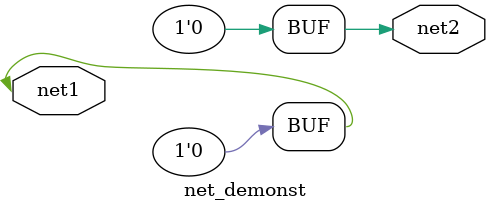
<source format=v>
`timescale 1ns / 1ps


module net_demonst(input net1,output net2);
wire net1,net2;
assign net1=1'b0;
assign net2=net1;
endmodule

</source>
